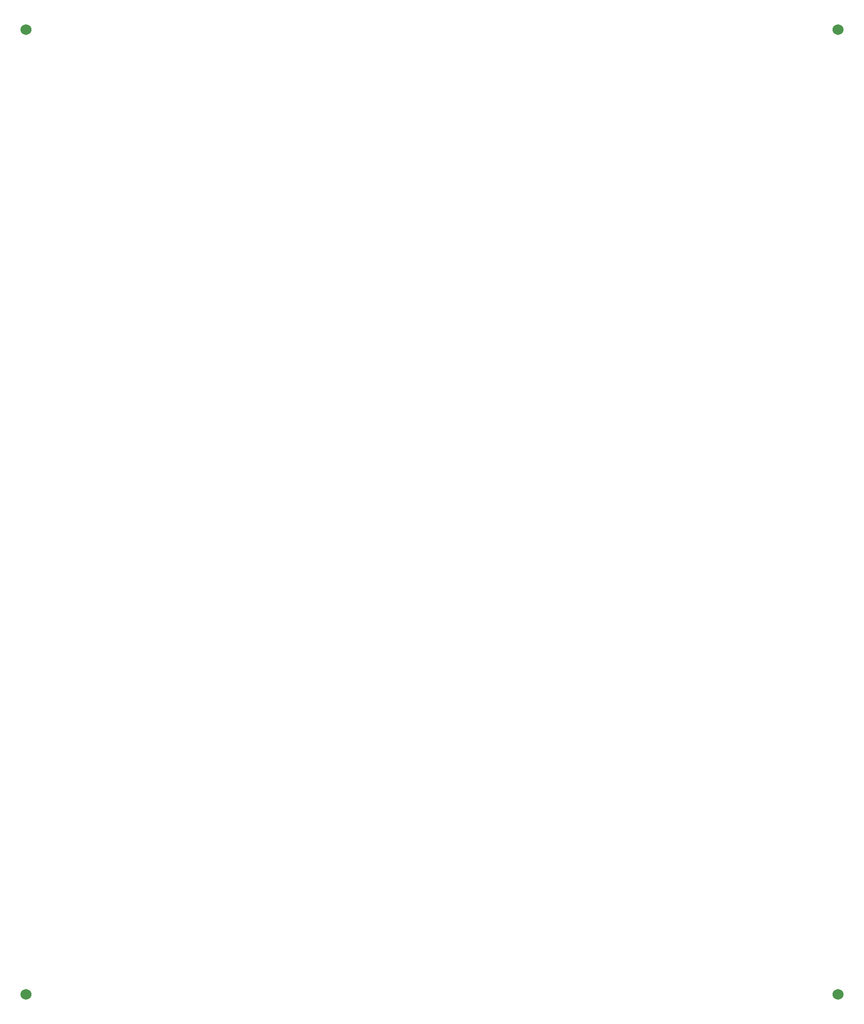
<source format=gbl>
G04*
G04 #@! TF.GenerationSoftware,Altium Limited,Altium Designer,18.1.7 (191)*
G04*
G04 Layer_Physical_Order=2*
G04 Layer_Color=16711680*
%FSLAX44Y44*%
%MOMM*%
G71*
G01*
G75*
%ADD26C,1.5240*%
D26*
X1545000Y500000D02*
D03*
Y1850000D02*
D03*
X407000D02*
D03*
Y500000D02*
D03*
M02*

</source>
